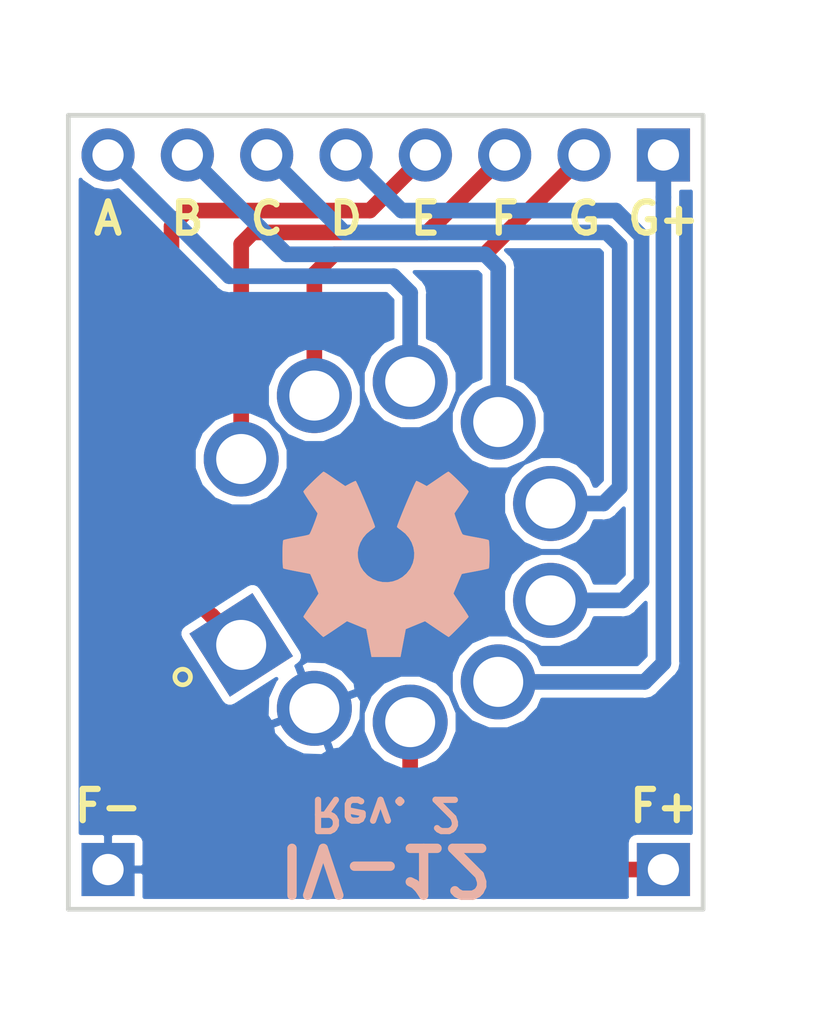
<source format=kicad_pcb>
(kicad_pcb (version 20171130) (host pcbnew "(5.0.0-rc2-dev-20-g55edf1aad)")

  (general
    (thickness 1.6)
    (drawings 16)
    (tracks 44)
    (zones 0)
    (modules 5)
    (nets 11)
  )

  (page A4)
  (layers
    (0 F.Cu signal)
    (31 B.Cu signal)
    (32 B.Adhes user)
    (33 F.Adhes user)
    (34 B.Paste user)
    (35 F.Paste user)
    (36 B.SilkS user)
    (37 F.SilkS user)
    (38 B.Mask user)
    (39 F.Mask user)
    (40 Dwgs.User user)
    (41 Cmts.User user)
    (42 Eco1.User user)
    (43 Eco2.User user)
    (44 Edge.Cuts user)
    (45 Margin user)
    (46 B.CrtYd user)
    (47 F.CrtYd user)
    (48 B.Fab user)
    (49 F.Fab user)
  )

  (setup
    (last_trace_width 0.5)
    (trace_clearance 0.2)
    (zone_clearance 0.254)
    (zone_45_only no)
    (trace_min 0.2)
    (segment_width 0.2)
    (edge_width 0.15)
    (via_size 0.8)
    (via_drill 0.4)
    (via_min_size 0.4)
    (via_min_drill 0.3)
    (uvia_size 0.3)
    (uvia_drill 0.1)
    (uvias_allowed no)
    (uvia_min_size 0.2)
    (uvia_min_drill 0.1)
    (pcb_text_width 0.3)
    (pcb_text_size 1.5 1.5)
    (mod_edge_width 0.15)
    (mod_text_size 1 1)
    (mod_text_width 0.15)
    (pad_size 1.6 1.6)
    (pad_drill 0.8)
    (pad_to_mask_clearance 0.2)
    (aux_axis_origin 0 0)
    (visible_elements 7FFFFFFF)
    (pcbplotparams
      (layerselection 0x010fc_ffffffff)
      (usegerberextensions false)
      (usegerberattributes true)
      (usegerberadvancedattributes true)
      (creategerberjobfile true)
      (excludeedgelayer true)
      (linewidth 0.100000)
      (plotframeref false)
      (viasonmask false)
      (mode 1)
      (useauxorigin false)
      (hpglpennumber 1)
      (hpglpenspeed 20)
      (hpglpendiameter 15)
      (psnegative false)
      (psa4output false)
      (plotreference true)
      (plotvalue true)
      (plotinvisibletext false)
      (padsonsilk false)
      (subtractmaskfromsilk false)
      (outputformat 1)
      (mirror false)
      (drillshape 0)
      (scaleselection 1)
      (outputdirectory gerber))
  )

  (net 0 "")
  (net 1 "Net-(J1-Pad8)")
  (net 2 "Net-(J1-Pad7)")
  (net 3 "Net-(J1-Pad6)")
  (net 4 "Net-(J1-Pad5)")
  (net 5 "Net-(J1-Pad4)")
  (net 6 "Net-(J1-Pad3)")
  (net 7 "Net-(J1-Pad2)")
  (net 8 GND)
  (net 9 +1V5)
  (net 10 +24V)

  (net_class Default "This is the default net class."
    (clearance 0.2)
    (trace_width 0.5)
    (via_dia 0.8)
    (via_drill 0.4)
    (uvia_dia 0.3)
    (uvia_drill 0.1)
    (add_net +1V5)
    (add_net +24V)
    (add_net GND)
    (add_net "Net-(J1-Pad2)")
    (add_net "Net-(J1-Pad3)")
    (add_net "Net-(J1-Pad4)")
    (add_net "Net-(J1-Pad5)")
    (add_net "Net-(J1-Pad6)")
    (add_net "Net-(J1-Pad7)")
    (add_net "Net-(J1-Pad8)")
  )

  (module tubes:iv12-large (layer F.Cu) (tedit 5AAB003E) (tstamp 5AAB0C1F)
    (at 147.32 109.22 90)
    (path /5A8F5C42)
    (fp_text reference U1 (at -0.25 11.75 90) (layer F.SilkS) hide
      (effects (font (size 1 1) (thickness 0.15)))
    )
    (fp_text value iv12 (at 0 -11.5 90) (layer F.Fab)
      (effects (font (size 1 1) (thickness 0.15)))
    )
    (fp_circle (center -4 -6.5) (end -3.864839 -6.289687) (layer F.SilkS) (width 0.15))
    (fp_circle (center 0 0) (end 11 0) (layer B.CrtYd) (width 0.05))
    (pad 1 thru_hole rect (at -2.973524 -4.626894 122.7) (size 2.4 2.4) (drill 1.6) (layers *.Cu *.Mask)
      (net 5 "Net-(J1-Pad4)"))
    (pad 2 thru_hole circle (at -5.002975 -2.284782 155.4) (size 2.4 2.4) (drill 1.6) (layers *.Cu *.Mask)
      (net 8 GND))
    (pad 3 thru_hole circle (at -5.444017 0.782731 188.2) (size 2.4 2.4) (drill 1.6) (layers *.Cu *.Mask)
      (net 9 +1V5))
    (pad 4 thru_hole circle (at -4.156622 3.601733 220.9) (size 2.4 2.4) (drill 1.6) (layers *.Cu *.Mask)
      (net 10 +24V))
    (pad 5 thru_hole circle (at -1.549529 5.277211 253.6) (size 2.4 2.4) (drill 1.6) (layers *.Cu *.Mask)
      (net 4 "Net-(J1-Pad5)"))
    (pad 6 thru_hole circle (at 1.549529 5.277211 286.3) (size 2.4 2.4) (drill 1.6) (layers *.Cu *.Mask)
      (net 3 "Net-(J1-Pad6)"))
    (pad 7 thru_hole circle (at 4.156622 3.601734 319.1) (size 2.4 2.4) (drill 1.6) (layers *.Cu *.Mask)
      (net 2 "Net-(J1-Pad7)"))
    (pad 8 thru_hole circle (at 5.444017 0.782732 351.8) (size 2.4 2.4) (drill 1.6) (layers *.Cu *.Mask)
      (net 1 "Net-(J1-Pad8)"))
    (pad 9 thru_hole circle (at 5.002975 -2.284782 24.5) (size 2.4 2.4) (drill 1.6) (layers *.Cu *.Mask)
      (net 7 "Net-(J1-Pad2)"))
    (pad 10 thru_hole circle (at 2.973524 -4.626894 57.2) (size 2.4 2.4) (drill 1.6) (layers *.Cu *.Mask)
      (net 6 "Net-(J1-Pad3)"))
  )

  (module Pin_Headers:Pin_Header_Straight_1x01_Pitch2.54mm (layer F.Cu) (tedit 5AAB002F) (tstamp 5A903A36)
    (at 156.21 119.38)
    (descr "Through hole straight pin header, 1x01, 2.54mm pitch, single row")
    (tags "Through hole pin header THT 1x01 2.54mm single row")
    (path /5A8F5E1D)
    (fp_text reference J3 (at 0 -2.33) (layer F.SilkS) hide
      (effects (font (size 1 1) (thickness 0.15)))
    )
    (fp_text value CONN_01X01 (at 0 2.33) (layer F.Fab)
      (effects (font (size 1 1) (thickness 0.15)))
    )
    (fp_line (start -0.635 -1.27) (end 1.27 -1.27) (layer F.Fab) (width 0.1))
    (fp_line (start 1.27 -1.27) (end 1.27 1.27) (layer F.Fab) (width 0.1))
    (fp_line (start 1.27 1.27) (end -1.27 1.27) (layer F.Fab) (width 0.1))
    (fp_line (start -1.27 1.27) (end -1.27 -0.635) (layer F.Fab) (width 0.1))
    (fp_line (start -1.27 -0.635) (end -0.635 -1.27) (layer F.Fab) (width 0.1))
    (fp_line (start -1.8 -1.8) (end -1.8 1.8) (layer F.CrtYd) (width 0.05))
    (fp_line (start -1.8 1.8) (end 1.8 1.8) (layer F.CrtYd) (width 0.05))
    (fp_line (start 1.8 1.8) (end 1.8 -1.8) (layer F.CrtYd) (width 0.05))
    (fp_line (start 1.8 -1.8) (end -1.8 -1.8) (layer F.CrtYd) (width 0.05))
    (fp_text user %R (at 0 0 90) (layer F.Fab)
      (effects (font (size 1 1) (thickness 0.15)))
    )
    (pad 1 thru_hole rect (at 0 0) (size 1.7 1.7) (drill 1) (layers *.Cu *.Mask)
      (net 9 +1V5))
    (model ${KISYS3DMOD}/Pin_Headers.3dshapes/Pin_Header_Straight_1x01_Pitch2.54mm.wrl
      (at (xyz 0 0 0))
      (scale (xyz 1 1 1))
      (rotate (xyz 0 0 0))
    )
  )

  (module Pin_Headers:Pin_Header_Straight_1x01_Pitch2.54mm (layer F.Cu) (tedit 5AAB0013) (tstamp 5A903A21)
    (at 138.43 119.38 270)
    (descr "Through hole straight pin header, 1x01, 2.54mm pitch, single row")
    (tags "Through hole pin header THT 1x01 2.54mm single row")
    (path /5A8F5D69)
    (fp_text reference J2 (at 0 -2.33 270) (layer F.SilkS) hide
      (effects (font (size 1 1) (thickness 0.15)))
    )
    (fp_text value CONN_01X01 (at 0 2.33 270) (layer F.Fab)
      (effects (font (size 1 1) (thickness 0.15)))
    )
    (fp_text user %R (at 0 0) (layer F.Fab)
      (effects (font (size 1 1) (thickness 0.15)))
    )
    (fp_line (start 1.8 -1.8) (end -1.8 -1.8) (layer F.CrtYd) (width 0.05))
    (fp_line (start 1.8 1.8) (end 1.8 -1.8) (layer F.CrtYd) (width 0.05))
    (fp_line (start -1.8 1.8) (end 1.8 1.8) (layer F.CrtYd) (width 0.05))
    (fp_line (start -1.8 -1.8) (end -1.8 1.8) (layer F.CrtYd) (width 0.05))
    (fp_line (start -1.27 -0.635) (end -0.635 -1.27) (layer F.Fab) (width 0.1))
    (fp_line (start -1.27 1.27) (end -1.27 -0.635) (layer F.Fab) (width 0.1))
    (fp_line (start 1.27 1.27) (end -1.27 1.27) (layer F.Fab) (width 0.1))
    (fp_line (start 1.27 -1.27) (end 1.27 1.27) (layer F.Fab) (width 0.1))
    (fp_line (start -0.635 -1.27) (end 1.27 -1.27) (layer F.Fab) (width 0.1))
    (pad 1 thru_hole rect (at 0 0 270) (size 1.7 1.7) (drill 1) (layers *.Cu *.Mask)
      (net 8 GND))
    (model ${KISYS3DMOD}/Pin_Headers.3dshapes/Pin_Header_Straight_1x01_Pitch2.54mm.wrl
      (at (xyz 0 0 0))
      (scale (xyz 1 1 1))
      (rotate (xyz 0 0 0))
    )
  )

  (module Pin_Headers:Pin_Header_Straight_1x08_Pitch2.54mm (layer F.Cu) (tedit 5AAAFFF2) (tstamp 5A903A0C)
    (at 156.21 96.52 270)
    (descr "Through hole straight pin header, 1x08, 2.54mm pitch, single row")
    (tags "Through hole pin header THT 1x08 2.54mm single row")
    (path /5A8F5D16)
    (fp_text reference J1 (at 0 -2.33 270) (layer F.SilkS) hide
      (effects (font (size 1 1) (thickness 0.15)))
    )
    (fp_text value CONN_01X08 (at 0 20.11 270) (layer F.Fab)
      (effects (font (size 1 1) (thickness 0.15)))
    )
    (fp_line (start -0.635 -1.27) (end 1.27 -1.27) (layer F.Fab) (width 0.1))
    (fp_line (start 1.27 -1.27) (end 1.27 19.05) (layer F.Fab) (width 0.1))
    (fp_line (start 1.27 19.05) (end -1.27 19.05) (layer F.Fab) (width 0.1))
    (fp_line (start -1.27 19.05) (end -1.27 -0.635) (layer F.Fab) (width 0.1))
    (fp_line (start -1.27 -0.635) (end -0.635 -1.27) (layer F.Fab) (width 0.1))
    (fp_line (start -1.8 -1.8) (end -1.8 19.55) (layer F.CrtYd) (width 0.05))
    (fp_line (start -1.8 19.55) (end 1.8 19.55) (layer F.CrtYd) (width 0.05))
    (fp_line (start 1.8 19.55) (end 1.8 -1.8) (layer F.CrtYd) (width 0.05))
    (fp_line (start 1.8 -1.8) (end -1.8 -1.8) (layer F.CrtYd) (width 0.05))
    (fp_text user %R (at 0 8.89) (layer F.Fab)
      (effects (font (size 1 1) (thickness 0.15)))
    )
    (pad 1 thru_hole rect (at 0 0 270) (size 1.7 1.7) (drill 1) (layers *.Cu *.Mask)
      (net 10 +24V))
    (pad 2 thru_hole oval (at 0 2.54 270) (size 1.7 1.7) (drill 1) (layers *.Cu *.Mask)
      (net 7 "Net-(J1-Pad2)"))
    (pad 3 thru_hole oval (at 0 5.08 270) (size 1.7 1.7) (drill 1) (layers *.Cu *.Mask)
      (net 6 "Net-(J1-Pad3)"))
    (pad 4 thru_hole oval (at 0 7.62 270) (size 1.7 1.7) (drill 1) (layers *.Cu *.Mask)
      (net 5 "Net-(J1-Pad4)"))
    (pad 5 thru_hole oval (at 0 10.16 270) (size 1.7 1.7) (drill 1) (layers *.Cu *.Mask)
      (net 4 "Net-(J1-Pad5)"))
    (pad 6 thru_hole oval (at 0 12.7 270) (size 1.7 1.7) (drill 1) (layers *.Cu *.Mask)
      (net 3 "Net-(J1-Pad6)"))
    (pad 7 thru_hole oval (at 0 15.24 270) (size 1.7 1.7) (drill 1) (layers *.Cu *.Mask)
      (net 2 "Net-(J1-Pad7)"))
    (pad 8 thru_hole oval (at 0 17.78 270) (size 1.7 1.7) (drill 1) (layers *.Cu *.Mask)
      (net 1 "Net-(J1-Pad8)"))
    (model ${KISYS3DMOD}/Pin_Headers.3dshapes/Pin_Header_Straight_1x08_Pitch2.54mm.wrl
      (at (xyz 0 0 0))
      (scale (xyz 1 1 1))
      (rotate (xyz 0 0 0))
    )
  )

  (module Symbols:OSHW-Symbol_6.7x6mm_SilkScreen (layer B.Cu) (tedit 0) (tstamp 5A918D3A)
    (at 147.32 109.601)
    (descr "Open Source Hardware Symbol")
    (tags "Logo Symbol OSHW")
    (attr virtual)
    (fp_text reference REF*** (at 0 0) (layer B.SilkS) hide
      (effects (font (size 1 1) (thickness 0.15)) (justify mirror))
    )
    (fp_text value OSHW-Symbol_6.7x6mm_SilkScreen (at 0.75 0) (layer B.Fab) hide
      (effects (font (size 1 1) (thickness 0.15)) (justify mirror))
    )
    (fp_poly (pts (xy 0.555814 2.531069) (xy 0.639635 2.086445) (xy 0.94892 1.958947) (xy 1.258206 1.831449)
      (xy 1.629246 2.083754) (xy 1.733157 2.154004) (xy 1.827087 2.216728) (xy 1.906652 2.269062)
      (xy 1.96747 2.308143) (xy 2.005157 2.331107) (xy 2.015421 2.336058) (xy 2.03391 2.323324)
      (xy 2.07342 2.288118) (xy 2.129522 2.234938) (xy 2.197787 2.168282) (xy 2.273786 2.092646)
      (xy 2.353092 2.012528) (xy 2.431275 1.932426) (xy 2.503907 1.856836) (xy 2.566559 1.790255)
      (xy 2.614803 1.737182) (xy 2.64421 1.702113) (xy 2.651241 1.690377) (xy 2.641123 1.66874)
      (xy 2.612759 1.621338) (xy 2.569129 1.552807) (xy 2.513218 1.467785) (xy 2.448006 1.370907)
      (xy 2.410219 1.31565) (xy 2.341343 1.214752) (xy 2.28014 1.123701) (xy 2.229578 1.04703)
      (xy 2.192628 0.989272) (xy 2.172258 0.954957) (xy 2.169197 0.947746) (xy 2.176136 0.927252)
      (xy 2.195051 0.879487) (xy 2.223087 0.811168) (xy 2.257391 0.729011) (xy 2.295109 0.63973)
      (xy 2.333387 0.550042) (xy 2.36937 0.466662) (xy 2.400206 0.396306) (xy 2.423039 0.34569)
      (xy 2.435017 0.321529) (xy 2.435724 0.320578) (xy 2.454531 0.315964) (xy 2.504618 0.305672)
      (xy 2.580793 0.290713) (xy 2.677865 0.272099) (xy 2.790643 0.250841) (xy 2.856442 0.238582)
      (xy 2.97695 0.215638) (xy 3.085797 0.193805) (xy 3.177476 0.174278) (xy 3.246481 0.158252)
      (xy 3.287304 0.146921) (xy 3.295511 0.143326) (xy 3.303548 0.118994) (xy 3.310033 0.064041)
      (xy 3.31497 -0.015108) (xy 3.318364 -0.112026) (xy 3.320218 -0.220287) (xy 3.320538 -0.333465)
      (xy 3.319327 -0.445135) (xy 3.31659 -0.548868) (xy 3.312331 -0.638241) (xy 3.306555 -0.706826)
      (xy 3.299267 -0.748197) (xy 3.294895 -0.75681) (xy 3.268764 -0.767133) (xy 3.213393 -0.781892)
      (xy 3.136107 -0.799352) (xy 3.04423 -0.81778) (xy 3.012158 -0.823741) (xy 2.857524 -0.852066)
      (xy 2.735375 -0.874876) (xy 2.641673 -0.89308) (xy 2.572384 -0.907583) (xy 2.523471 -0.919292)
      (xy 2.490897 -0.929115) (xy 2.470628 -0.937956) (xy 2.458626 -0.946724) (xy 2.456947 -0.948457)
      (xy 2.440184 -0.976371) (xy 2.414614 -1.030695) (xy 2.382788 -1.104777) (xy 2.34726 -1.191965)
      (xy 2.310583 -1.285608) (xy 2.275311 -1.379052) (xy 2.243996 -1.465647) (xy 2.219193 -1.53874)
      (xy 2.203454 -1.591678) (xy 2.199332 -1.617811) (xy 2.199676 -1.618726) (xy 2.213641 -1.640086)
      (xy 2.245322 -1.687084) (xy 2.291391 -1.754827) (xy 2.348518 -1.838423) (xy 2.413373 -1.932982)
      (xy 2.431843 -1.959854) (xy 2.497699 -2.057275) (xy 2.55565 -2.146163) (xy 2.602538 -2.221412)
      (xy 2.635207 -2.27792) (xy 2.6505 -2.310581) (xy 2.651241 -2.314593) (xy 2.638392 -2.335684)
      (xy 2.602888 -2.377464) (xy 2.549293 -2.435445) (xy 2.482171 -2.505135) (xy 2.406087 -2.582045)
      (xy 2.325604 -2.661683) (xy 2.245287 -2.739561) (xy 2.169699 -2.811186) (xy 2.103405 -2.87207)
      (xy 2.050969 -2.917721) (xy 2.016955 -2.94365) (xy 2.007545 -2.947883) (xy 1.985643 -2.937912)
      (xy 1.9408 -2.91102) (xy 1.880321 -2.871736) (xy 1.833789 -2.840117) (xy 1.749475 -2.782098)
      (xy 1.649626 -2.713784) (xy 1.549473 -2.645579) (xy 1.495627 -2.609075) (xy 1.313371 -2.4858)
      (xy 1.160381 -2.56852) (xy 1.090682 -2.604759) (xy 1.031414 -2.632926) (xy 0.991311 -2.648991)
      (xy 0.981103 -2.651226) (xy 0.968829 -2.634722) (xy 0.944613 -2.588082) (xy 0.910263 -2.515609)
      (xy 0.867588 -2.421606) (xy 0.818394 -2.310374) (xy 0.76449 -2.186215) (xy 0.707684 -2.053432)
      (xy 0.649782 -1.916327) (xy 0.592593 -1.779202) (xy 0.537924 -1.646358) (xy 0.487584 -1.522098)
      (xy 0.44338 -1.410725) (xy 0.407119 -1.316539) (xy 0.380609 -1.243844) (xy 0.365658 -1.196941)
      (xy 0.363254 -1.180833) (xy 0.382311 -1.160286) (xy 0.424036 -1.126933) (xy 0.479706 -1.087702)
      (xy 0.484378 -1.084599) (xy 0.628264 -0.969423) (xy 0.744283 -0.835053) (xy 0.83143 -0.685784)
      (xy 0.888699 -0.525913) (xy 0.915086 -0.359737) (xy 0.909585 -0.191552) (xy 0.87119 -0.025655)
      (xy 0.798895 0.133658) (xy 0.777626 0.168513) (xy 0.666996 0.309263) (xy 0.536302 0.422286)
      (xy 0.390064 0.506997) (xy 0.232808 0.562806) (xy 0.069057 0.589126) (xy -0.096667 0.58537)
      (xy -0.259838 0.55095) (xy -0.415935 0.485277) (xy -0.560433 0.387765) (xy -0.605131 0.348187)
      (xy -0.718888 0.224297) (xy -0.801782 0.093876) (xy -0.858644 -0.052315) (xy -0.890313 -0.197088)
      (xy -0.898131 -0.35986) (xy -0.872062 -0.52344) (xy -0.814755 -0.682298) (xy -0.728856 -0.830906)
      (xy -0.617014 -0.963735) (xy -0.481877 -1.075256) (xy -0.464117 -1.087011) (xy -0.40785 -1.125508)
      (xy -0.365077 -1.158863) (xy -0.344628 -1.18016) (xy -0.344331 -1.180833) (xy -0.348721 -1.203871)
      (xy -0.366124 -1.256157) (xy -0.394732 -1.33339) (xy -0.432735 -1.431268) (xy -0.478326 -1.545491)
      (xy -0.529697 -1.671758) (xy -0.585038 -1.805767) (xy -0.642542 -1.943218) (xy -0.700399 -2.079808)
      (xy -0.756802 -2.211237) (xy -0.809942 -2.333205) (xy -0.85801 -2.441409) (xy -0.899199 -2.531549)
      (xy -0.931699 -2.599323) (xy -0.953703 -2.64043) (xy -0.962564 -2.651226) (xy -0.98964 -2.642819)
      (xy -1.040303 -2.620272) (xy -1.105817 -2.587613) (xy -1.141841 -2.56852) (xy -1.294832 -2.4858)
      (xy -1.477088 -2.609075) (xy -1.570125 -2.672228) (xy -1.671985 -2.741727) (xy -1.767438 -2.807165)
      (xy -1.81525 -2.840117) (xy -1.882495 -2.885273) (xy -1.939436 -2.921057) (xy -1.978646 -2.942938)
      (xy -1.991381 -2.947563) (xy -2.009917 -2.935085) (xy -2.050941 -2.900252) (xy -2.110475 -2.846678)
      (xy -2.184542 -2.777983) (xy -2.269165 -2.697781) (xy -2.322685 -2.646286) (xy -2.416319 -2.554286)
      (xy -2.497241 -2.471999) (xy -2.562177 -2.402945) (xy -2.607858 -2.350644) (xy -2.631011 -2.318616)
      (xy -2.633232 -2.312116) (xy -2.622924 -2.287394) (xy -2.594439 -2.237405) (xy -2.550937 -2.167212)
      (xy -2.495577 -2.081875) (xy -2.43152 -1.986456) (xy -2.413303 -1.959854) (xy -2.346927 -1.863167)
      (xy -2.287378 -1.776117) (xy -2.237984 -1.703595) (xy -2.202075 -1.650493) (xy -2.182981 -1.621703)
      (xy -2.181136 -1.618726) (xy -2.183895 -1.595782) (xy -2.198538 -1.545336) (xy -2.222513 -1.474041)
      (xy -2.253266 -1.388547) (xy -2.288244 -1.295507) (xy -2.324893 -1.201574) (xy -2.360661 -1.113399)
      (xy -2.392994 -1.037634) (xy -2.419338 -0.980931) (xy -2.437142 -0.949943) (xy -2.438407 -0.948457)
      (xy -2.449294 -0.939601) (xy -2.467682 -0.930843) (xy -2.497606 -0.921277) (xy -2.543103 -0.909996)
      (xy -2.608209 -0.896093) (xy -2.696961 -0.878663) (xy -2.813393 -0.856798) (xy -2.961542 -0.829591)
      (xy -2.993618 -0.823741) (xy -3.088686 -0.805374) (xy -3.171565 -0.787405) (xy -3.23493 -0.771569)
      (xy -3.271458 -0.7596) (xy -3.276356 -0.75681) (xy -3.284427 -0.732072) (xy -3.290987 -0.67679)
      (xy -3.296033 -0.597389) (xy -3.299559 -0.500296) (xy -3.301561 -0.391938) (xy -3.302036 -0.27874)
      (xy -3.300977 -0.167128) (xy -3.298382 -0.063529) (xy -3.294246 0.025632) (xy -3.288563 0.093928)
      (xy -3.281331 0.134934) (xy -3.276971 0.143326) (xy -3.252698 0.151792) (xy -3.197426 0.165565)
      (xy -3.116662 0.18345) (xy -3.015912 0.204252) (xy -2.900683 0.226777) (xy -2.837902 0.238582)
      (xy -2.718787 0.260849) (xy -2.612565 0.281021) (xy -2.524427 0.298085) (xy -2.459566 0.311031)
      (xy -2.423174 0.318845) (xy -2.417184 0.320578) (xy -2.407061 0.34011) (xy -2.385662 0.387157)
      (xy -2.355839 0.454997) (xy -2.320445 0.536909) (xy -2.282332 0.626172) (xy -2.244353 0.716065)
      (xy -2.20936 0.799865) (xy -2.180206 0.870853) (xy -2.159743 0.922306) (xy -2.150823 0.947503)
      (xy -2.150657 0.948604) (xy -2.160769 0.968481) (xy -2.189117 1.014223) (xy -2.232723 1.081283)
      (xy -2.288606 1.165116) (xy -2.353787 1.261174) (xy -2.391679 1.31635) (xy -2.460725 1.417519)
      (xy -2.52205 1.50937) (xy -2.572663 1.587256) (xy -2.609571 1.646531) (xy -2.629782 1.682549)
      (xy -2.632701 1.690623) (xy -2.620153 1.709416) (xy -2.585463 1.749543) (xy -2.533063 1.806507)
      (xy -2.467384 1.875815) (xy -2.392856 1.952969) (xy -2.313913 2.033475) (xy -2.234983 2.112837)
      (xy -2.1605 2.18656) (xy -2.094894 2.250148) (xy -2.042596 2.299106) (xy -2.008039 2.328939)
      (xy -1.996478 2.336058) (xy -1.977654 2.326047) (xy -1.932631 2.297922) (xy -1.865787 2.254546)
      (xy -1.781499 2.198782) (xy -1.684144 2.133494) (xy -1.610707 2.083754) (xy -1.239667 1.831449)
      (xy -0.621095 2.086445) (xy -0.537275 2.531069) (xy -0.453454 2.975693) (xy 0.471994 2.975693)
      (xy 0.555814 2.531069)) (layer B.SilkS) (width 0.01))
  )

  (gr_text F+ (at 156.21 117.348) (layer F.SilkS) (tstamp 5AAB0F15)
    (effects (font (size 1 1) (thickness 0.2)))
  )
  (gr_text E (at 148.59 98.552) (layer F.SilkS) (tstamp 5A918E28)
    (effects (font (size 1 1) (thickness 0.2)))
  )
  (gr_text "Rev. 2" (at 147.32 117.602 180) (layer B.SilkS)
    (effects (font (size 1 1) (thickness 0.2)) (justify mirror))
  )
  (gr_text F- (at 138.43 117.348) (layer F.SilkS) (tstamp 5A91D82A)
    (effects (font (size 1 1) (thickness 0.2)))
  )
  (gr_text A (at 138.43 98.552) (layer F.SilkS) (tstamp 5AAB0EE3)
    (effects (font (size 1 1) (thickness 0.2)))
  )
  (gr_text G+ (at 156.21 98.552) (layer F.SilkS) (tstamp 5A918E31)
    (effects (font (size 1 1) (thickness 0.2)))
  )
  (gr_text G (at 153.67 98.552) (layer F.SilkS) (tstamp 5A918E2E)
    (effects (font (size 1 1) (thickness 0.2)))
  )
  (gr_text F (at 151.13 98.552) (layer F.SilkS) (tstamp 5A918E2B)
    (effects (font (size 1 1) (thickness 0.2)))
  )
  (gr_text D (at 146.05 98.552) (layer F.SilkS) (tstamp 5A918E24)
    (effects (font (size 1 1) (thickness 0.2)))
  )
  (gr_text C (at 143.51 98.552) (layer F.SilkS) (tstamp 5A918E1C)
    (effects (font (size 1 1) (thickness 0.2)))
  )
  (gr_text B (at 140.97 98.552) (layer F.SilkS) (tstamp 5AAB0EDE)
    (effects (font (size 1 1) (thickness 0.2)))
  )
  (gr_text IV-12 (at 147.32 119.38 180) (layer B.SilkS)
    (effects (font (size 1.5 1.5) (thickness 0.3)) (justify mirror))
  )
  (gr_line (start 137.16 120.65) (end 137.16 95.25) (angle 90) (layer Edge.Cuts) (width 0.15))
  (gr_line (start 157.48 120.65) (end 137.16 120.65) (angle 90) (layer Edge.Cuts) (width 0.15))
  (gr_line (start 157.48 95.25) (end 157.48 120.65) (angle 90) (layer Edge.Cuts) (width 0.15))
  (gr_line (start 137.16 95.25) (end 157.48 95.25) (angle 90) (layer Edge.Cuts) (width 0.15))

  (segment (start 148.102732 100.926762) (end 147.574 100.39803) (width 0.5) (layer B.Cu) (net 1))
  (segment (start 147.574 100.39803) (end 142.30803 100.39803) (width 0.5) (layer B.Cu) (net 1))
  (segment (start 142.30803 100.39803) (end 139.279999 97.369999) (width 0.5) (layer B.Cu) (net 1))
  (segment (start 139.279999 97.369999) (end 138.43 96.52) (width 0.5) (layer B.Cu) (net 1))
  (segment (start 148.102732 103.775983) (end 148.102732 100.926762) (width 0.5) (layer B.Cu) (net 1))
  (segment (start 150.49802 99.69802) (end 144.14802 99.69802) (width 0.5) (layer B.Cu) (net 2))
  (segment (start 144.14802 99.69802) (end 140.97 96.52) (width 0.5) (layer B.Cu) (net 2))
  (segment (start 150.921734 100.121734) (end 150.49802 99.69802) (width 0.5) (layer B.Cu) (net 2))
  (segment (start 150.921734 105.063378) (end 150.921734 100.121734) (width 0.5) (layer B.Cu) (net 2))
  (segment (start 145.98801 98.99801) (end 145.542 98.552) (width 0.5) (layer B.Cu) (net 3))
  (segment (start 154.396048 98.99801) (end 145.98801 98.99801) (width 0.5) (layer B.Cu) (net 3))
  (segment (start 154.80998 99.411942) (end 154.396048 98.99801) (width 0.5) (layer B.Cu) (net 3))
  (segment (start 154.80998 107.154758) (end 154.80998 99.411942) (width 0.5) (layer B.Cu) (net 3))
  (segment (start 154.294267 107.670471) (end 154.80998 107.154758) (width 0.5) (layer B.Cu) (net 3))
  (segment (start 152.597211 107.670471) (end 154.294267 107.670471) (width 0.5) (layer B.Cu) (net 3))
  (segment (start 145.542 98.552) (end 143.51 96.52) (width 0.5) (layer B.Cu) (net 3))
  (segment (start 154.914471 110.769529) (end 155.50999 110.17401) (width 0.5) (layer B.Cu) (net 4))
  (segment (start 152.597211 110.769529) (end 154.914471 110.769529) (width 0.5) (layer B.Cu) (net 4))
  (segment (start 155.50999 110.17401) (end 155.50999 99.12199) (width 0.5) (layer B.Cu) (net 4))
  (segment (start 155.50999 99.12199) (end 154.686 98.298) (width 0.5) (layer B.Cu) (net 4))
  (segment (start 154.686 98.298) (end 147.828 98.298) (width 0.5) (layer B.Cu) (net 4))
  (segment (start 147.828 98.298) (end 146.05 96.52) (width 0.5) (layer B.Cu) (net 4))
  (segment (start 140.97 98.298) (end 146.812 98.298) (width 0.5) (layer F.Cu) (net 5))
  (segment (start 146.812 98.298) (end 148.59 96.52) (width 0.5) (layer F.Cu) (net 5))
  (segment (start 140.462 98.806) (end 140.97 98.298) (width 0.5) (layer F.Cu) (net 5))
  (segment (start 141.753933 111.254351) (end 141.734351 111.254351) (width 0.5) (layer F.Cu) (net 5))
  (segment (start 140.462 109.982) (end 140.462 98.806) (width 0.5) (layer F.Cu) (net 5))
  (segment (start 141.734351 111.254351) (end 140.462 109.982) (width 0.5) (layer F.Cu) (net 5))
  (segment (start 142.693106 112.193524) (end 141.753933 111.254351) (width 0.5) (layer F.Cu) (net 5))
  (segment (start 142.693106 106.246476) (end 142.693106 99.368894) (width 0.5) (layer F.Cu) (net 6))
  (segment (start 142.693106 99.368894) (end 143.06399 98.99801) (width 0.5) (layer F.Cu) (net 6))
  (segment (start 143.06399 98.99801) (end 148.65199 98.99801) (width 0.5) (layer F.Cu) (net 6))
  (segment (start 148.65199 98.99801) (end 151.13 96.52) (width 0.5) (layer F.Cu) (net 6))
  (segment (start 145.035218 104.217025) (end 145.035218 100.328782) (width 0.5) (layer F.Cu) (net 7))
  (segment (start 145.035218 100.328782) (end 145.66598 99.69802) (width 0.5) (layer F.Cu) (net 7))
  (segment (start 145.66598 99.69802) (end 150.49198 99.69802) (width 0.5) (layer F.Cu) (net 7))
  (segment (start 150.49198 99.69802) (end 153.67 96.52) (width 0.5) (layer F.Cu) (net 7))
  (segment (start 148.59 119.38) (end 148.102731 118.892731) (width 0.5) (layer F.Cu) (net 9))
  (segment (start 156.21 119.38) (end 148.59 119.38) (width 0.5) (layer F.Cu) (net 9))
  (segment (start 148.102731 118.892731) (end 148.102731 114.664017) (width 0.5) (layer F.Cu) (net 9))
  (segment (start 155.609378 113.376622) (end 156.21 112.776) (width 0.5) (layer B.Cu) (net 10))
  (segment (start 150.921733 113.376622) (end 155.609378 113.376622) (width 0.5) (layer B.Cu) (net 10))
  (segment (start 156.21 112.776) (end 156.21 97.87) (width 0.5) (layer B.Cu) (net 10))
  (segment (start 156.21 97.87) (end 156.21 96.52) (width 0.5) (layer B.Cu) (net 10))

  (zone (net 8) (net_name GND) (layer B.Cu) (tstamp 5A91D81C) (hatch edge 0.508)
    (connect_pads (clearance 0.254))
    (min_thickness 0.127)
    (fill yes (arc_segments 16) (thermal_gap 0.254) (thermal_bridge_width 0.254))
    (polygon
      (pts
        (xy 157.48 120.65) (xy 137.16 120.65) (xy 137.16 95.25) (xy 157.48 95.25)
      )
    )
    (filled_polygon
      (pts
        (xy 137.58828 97.36172) (xy 137.974464 97.61976) (xy 138.315015 97.6875) (xy 138.544985 97.6875) (xy 138.753465 97.646031)
        (xy 138.918234 97.8108) (xy 138.918237 97.810802) (xy 141.867227 100.759793) (xy 141.898886 100.807174) (xy 141.946266 100.838832)
        (xy 142.086603 100.932602) (xy 142.30803 100.976647) (xy 142.363918 100.96553) (xy 147.338935 100.96553) (xy 147.535233 101.161829)
        (xy 147.535232 102.368518) (xy 147.243137 102.489508) (xy 146.816257 102.916388) (xy 146.585232 103.474133) (xy 146.585232 104.077833)
        (xy 146.816257 104.635578) (xy 147.243137 105.062458) (xy 147.800882 105.293483) (xy 148.404582 105.293483) (xy 148.962327 105.062458)
        (xy 149.389207 104.635578) (xy 149.620232 104.077833) (xy 149.620232 103.474133) (xy 149.389207 102.916388) (xy 148.962327 102.489508)
        (xy 148.670232 102.368519) (xy 148.670232 100.98265) (xy 148.681349 100.926762) (xy 148.637304 100.705335) (xy 148.579922 100.619457)
        (xy 148.511876 100.517618) (xy 148.464495 100.485959) (xy 148.244056 100.26552) (xy 150.262955 100.26552) (xy 150.354235 100.356801)
        (xy 150.354234 103.655913) (xy 150.062139 103.776903) (xy 149.635259 104.203783) (xy 149.404234 104.761528) (xy 149.404234 105.365228)
        (xy 149.635259 105.922973) (xy 150.062139 106.349853) (xy 150.619884 106.580878) (xy 151.223584 106.580878) (xy 151.781329 106.349853)
        (xy 152.208209 105.922973) (xy 152.439234 105.365228) (xy 152.439234 104.761528) (xy 152.208209 104.203783) (xy 151.781329 103.776903)
        (xy 151.489234 103.655914) (xy 151.489234 100.177616) (xy 151.50035 100.121733) (xy 151.489234 100.06585) (xy 151.489234 100.065846)
        (xy 151.456306 99.900307) (xy 151.330878 99.71259) (xy 151.283497 99.680931) (xy 151.168076 99.56551) (xy 154.160983 99.56551)
        (xy 154.242481 99.647009) (xy 154.24248 106.919692) (xy 154.059202 107.102971) (xy 154.004675 107.102971) (xy 153.883686 106.810876)
        (xy 153.456806 106.383996) (xy 152.899061 106.152971) (xy 152.295361 106.152971) (xy 151.737616 106.383996) (xy 151.310736 106.810876)
        (xy 151.079711 107.368621) (xy 151.079711 107.972321) (xy 151.310736 108.530066) (xy 151.737616 108.956946) (xy 152.295361 109.187971)
        (xy 152.899061 109.187971) (xy 153.456806 108.956946) (xy 153.883686 108.530066) (xy 154.004675 108.237971) (xy 154.238383 108.237971)
        (xy 154.294267 108.249087) (xy 154.350151 108.237971) (xy 154.350155 108.237971) (xy 154.515694 108.205043) (xy 154.703411 108.079615)
        (xy 154.735071 108.032232) (xy 154.94249 107.824813) (xy 154.94249 109.938944) (xy 154.679406 110.202029) (xy 154.004675 110.202029)
        (xy 153.883686 109.909934) (xy 153.456806 109.483054) (xy 152.899061 109.252029) (xy 152.295361 109.252029) (xy 151.737616 109.483054)
        (xy 151.310736 109.909934) (xy 151.079711 110.467679) (xy 151.079711 111.071379) (xy 151.310736 111.629124) (xy 151.737616 112.056004)
        (xy 152.295361 112.287029) (xy 152.899061 112.287029) (xy 153.456806 112.056004) (xy 153.883686 111.629124) (xy 154.004675 111.337029)
        (xy 154.858587 111.337029) (xy 154.914471 111.348145) (xy 154.970355 111.337029) (xy 154.970359 111.337029) (xy 155.135898 111.304101)
        (xy 155.323615 111.178673) (xy 155.355275 111.13129) (xy 155.6425 110.844065) (xy 155.6425 112.540934) (xy 155.374312 112.809122)
        (xy 152.329197 112.809122) (xy 152.208208 112.517027) (xy 151.781328 112.090147) (xy 151.223583 111.859122) (xy 150.619883 111.859122)
        (xy 150.062138 112.090147) (xy 149.635258 112.517027) (xy 149.404233 113.074772) (xy 149.404233 113.678472) (xy 149.635258 114.236217)
        (xy 150.062138 114.663097) (xy 150.619883 114.894122) (xy 151.223583 114.894122) (xy 151.781328 114.663097) (xy 152.208208 114.236217)
        (xy 152.329197 113.944122) (xy 155.553494 113.944122) (xy 155.609378 113.955238) (xy 155.665262 113.944122) (xy 155.665266 113.944122)
        (xy 155.830805 113.911194) (xy 156.018522 113.785766) (xy 156.050182 113.738383) (xy 156.571766 113.2168) (xy 156.619144 113.185144)
        (xy 156.744572 112.997427) (xy 156.7775 112.831888) (xy 156.7775 112.831887) (xy 156.788617 112.776) (xy 156.7775 112.720112)
        (xy 156.7775 97.69372) (xy 157.06 97.69372) (xy 157.0875 97.68825) (xy 157.087501 118.21175) (xy 157.06 118.20628)
        (xy 155.36 118.20628) (xy 155.236118 118.230922) (xy 155.131095 118.301095) (xy 155.060922 118.406118) (xy 155.03628 118.53)
        (xy 155.03628 120.23) (xy 155.04175 120.2575) (xy 139.5975 120.2575) (xy 139.5975 119.522875) (xy 139.518125 119.4435)
        (xy 138.4935 119.4435) (xy 138.4935 119.4635) (xy 138.3665 119.4635) (xy 138.3665 119.4435) (xy 138.3465 119.4435)
        (xy 138.3465 119.3165) (xy 138.3665 119.3165) (xy 138.3665 118.291875) (xy 138.4935 118.291875) (xy 138.4935 119.3165)
        (xy 139.518125 119.3165) (xy 139.5975 119.237125) (xy 139.5975 118.466845) (xy 139.549163 118.35015) (xy 139.459849 118.260836)
        (xy 139.343154 118.2125) (xy 138.572875 118.2125) (xy 138.4935 118.291875) (xy 138.3665 118.291875) (xy 138.287125 118.2125)
        (xy 137.5525 118.2125) (xy 137.5525 114.793667) (xy 143.682846 114.793667) (xy 143.719559 115.037197) (xy 144.131296 115.478699)
        (xy 144.680648 115.729029) (xy 145.278535 115.750952) (xy 145.486875 115.619616) (xy 144.997835 114.304627) (xy 143.682846 114.793667)
        (xy 137.5525 114.793667) (xy 137.5525 111.889325) (xy 140.716401 111.889325) (xy 140.762591 112.006886) (xy 142.059167 114.026512)
        (xy 142.14683 114.117447) (xy 142.262619 114.167914) (xy 142.388907 114.170229) (xy 142.506468 114.124039) (xy 143.821758 113.279638)
        (xy 143.779494 113.319053) (xy 143.529164 113.868405) (xy 143.507241 114.466292) (xy 143.638577 114.674632) (xy 144.752526 114.260358)
        (xy 145.11687 114.260358) (xy 145.60591 115.575347) (xy 145.84944 115.538634) (xy 146.290942 115.126897) (xy 146.541272 114.577545)
        (xy 146.549169 114.362167) (xy 146.585231 114.362167) (xy 146.585231 114.965867) (xy 146.816256 115.523612) (xy 147.243136 115.950492)
        (xy 147.800881 116.181517) (xy 148.404581 116.181517) (xy 148.962326 115.950492) (xy 149.389206 115.523612) (xy 149.620231 114.965867)
        (xy 149.620231 114.362167) (xy 149.389206 113.804422) (xy 148.962326 113.377542) (xy 148.404581 113.146517) (xy 147.800881 113.146517)
        (xy 147.243136 113.377542) (xy 146.816256 113.804422) (xy 146.585231 114.362167) (xy 146.549169 114.362167) (xy 146.563195 113.979658)
        (xy 146.431859 113.771318) (xy 145.11687 114.260358) (xy 144.752526 114.260358) (xy 144.920374 114.197936) (xy 144.931272 114.208834)
        (xy 145.021077 114.119029) (xy 144.874181 113.972133) (xy 144.464526 112.870603) (xy 144.457169 112.871712) (xy 144.526094 112.827463)
        (xy 144.527265 112.826334) (xy 144.583561 112.826334) (xy 145.072601 114.141323) (xy 146.38759 113.652283) (xy 146.350877 113.408753)
        (xy 145.93914 112.967251) (xy 145.389788 112.716921) (xy 144.791901 112.694998) (xy 144.583561 112.826334) (xy 144.527265 112.826334)
        (xy 144.617029 112.7398) (xy 144.667496 112.624011) (xy 144.669811 112.497723) (xy 144.623621 112.380162) (xy 143.327045 110.360536)
        (xy 143.239382 110.269601) (xy 143.123593 110.219134) (xy 142.997305 110.216819) (xy 142.879744 110.263009) (xy 140.860118 111.559585)
        (xy 140.769183 111.647248) (xy 140.718716 111.763037) (xy 140.716401 111.889325) (xy 137.5525 111.889325) (xy 137.5525 105.944626)
        (xy 141.175606 105.944626) (xy 141.175606 106.548326) (xy 141.406631 107.106071) (xy 141.833511 107.532951) (xy 142.391256 107.763976)
        (xy 142.994956 107.763976) (xy 143.552701 107.532951) (xy 143.979581 107.106071) (xy 144.210606 106.548326) (xy 144.210606 105.944626)
        (xy 143.979581 105.386881) (xy 143.552701 104.960001) (xy 142.994956 104.728976) (xy 142.391256 104.728976) (xy 141.833511 104.960001)
        (xy 141.406631 105.386881) (xy 141.175606 105.944626) (xy 137.5525 105.944626) (xy 137.5525 103.915175) (xy 143.517718 103.915175)
        (xy 143.517718 104.518875) (xy 143.748743 105.07662) (xy 144.175623 105.5035) (xy 144.733368 105.734525) (xy 145.337068 105.734525)
        (xy 145.894813 105.5035) (xy 146.321693 105.07662) (xy 146.552718 104.518875) (xy 146.552718 103.915175) (xy 146.321693 103.35743)
        (xy 145.894813 102.93055) (xy 145.337068 102.699525) (xy 144.733368 102.699525) (xy 144.175623 102.93055) (xy 143.748743 103.35743)
        (xy 143.517718 103.915175) (xy 137.5525 103.915175) (xy 137.5525 97.308171)
      )
    )
  )
)

</source>
